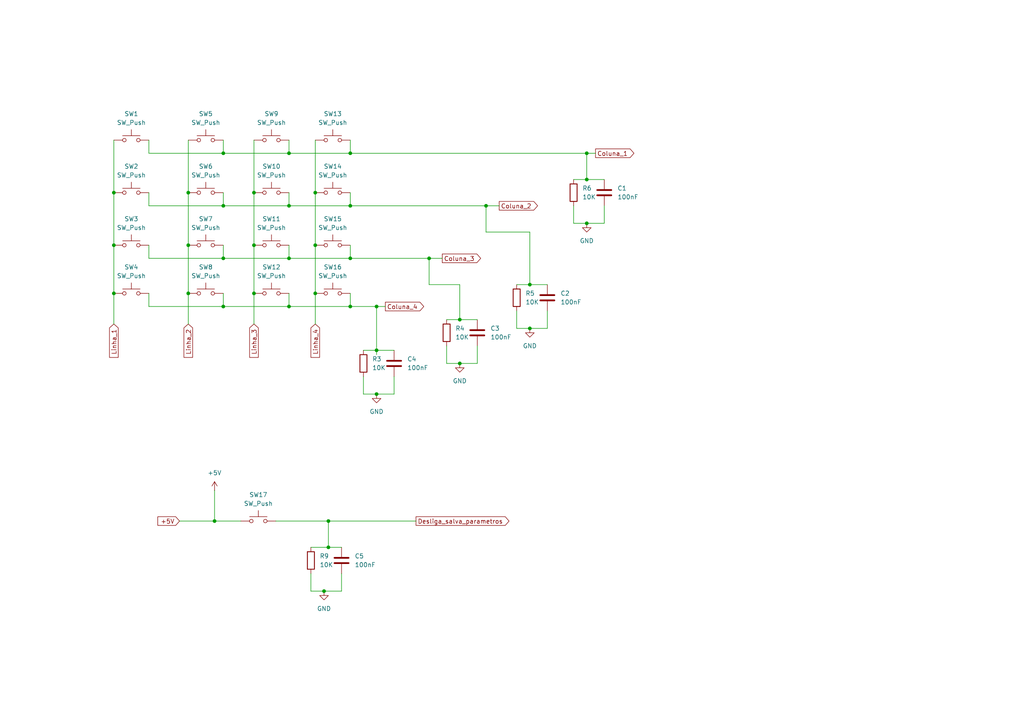
<source format=kicad_sch>
(kicad_sch (version 20231120) (generator "eeschema") (generator_version "8.0")
  (paper "A4")
  (title_block (title "Teclado PushButton") (date "2024-03-18") (rev "1.1") (company "Alex Thomas Valmorbida"))
  (lib_symbols
    (symbol "Device:C" (pin_numbers hide) (pin_names (offset 0.254))
      (property "Reference" "C" (at 0.635 2.54 0))
      (property "Value" "C" (at 0.635 -2.54 0))
      (symbol "C_0_1"
        (polyline (pts (xy -2.032 -0.762) (xy 2.032 -0.762)) (stroke (width 0.508)))
        (polyline (pts (xy -2.032 0.762) (xy 2.032 0.762)) (stroke (width 0.508)))
      )
      (symbol "C_1_1"
        (pin passive line (at 0 3.81 270) (length 2.794) (name "~") (number "1"))
        (pin passive line (at 0 -3.81 90) (length 2.794) (name "~") (number "2"))
      )
    )
    (symbol "Device:R" (pin_numbers hide) (pin_names (offset 0))
      (property "Reference" "R" (at 2.032 0 90))
      (property "Value" "R" (at 0 0 90))
      (symbol "R_0_1"
        (rectangle (start -1.016 -2.54) (end 1.016 2.54) (stroke (width 0.254)))
      )
      (symbol "R_1_1"
        (pin passive line (at 0 3.81 270) (length 1.27) (name "~") (number "1"))
        (pin passive line (at 0 -3.81 90) (length 1.27) (name "~") (number "2"))
      )
    )
    (symbol "Switch:SW_Push" (pin_numbers hide) (pin_names (offset 1.016) hide)
      (property "Reference" "SW" (at 1.27 2.54 0))
      (property "Value" "SW_Push" (at 0 -1.524 0))
      (symbol "SW_Push_0_1"
        (circle (center -2.032 0) (radius 0.508))
        (polyline (pts (xy 0 1.27) (xy 0 3.048)))
        (polyline (pts (xy 2.54 1.27) (xy -2.54 1.27)))
        (circle (center 2.032 0) (radius 0.508))
        (pin passive line (at -5.08 0 0) (length 2.54) (name "1") (number "1"))
        (pin passive line (at 5.08 0 180) (length 2.54) (name "2") (number "2"))
      )
    )
    (symbol "power:+5V" (power) (pin_numbers hide) (pin_names (offset 0) hide)
      (property "Value" "+5V" (at 0 3.556 0))
      (symbol "+5V_0_1"
        (polyline (pts (xy -0.762 1.27) (xy 0 2.54)))
        (polyline (pts (xy 0 0) (xy 0 2.54)))
        (polyline (pts (xy 0 2.54) (xy 0.762 1.27)))
      )
      (symbol "+5V_1_1"
        (pin power_in line (at 0 0 90) (length 0) (name "~") (number "1"))
      )
    )
    (symbol "power:GND" (power) (pin_numbers hide) (pin_names (offset 0) hide)
      (property "Value" "GND" (at 0 -3.81 0))
      (symbol "GND_0_1"
        (polyline (pts (xy 0 0) (xy 0 -1.27) (xy 1.27 -1.27) (xy 0 -2.54) (xy -1.27 -1.27) (xy 0 -1.27)))
      )
      (symbol "GND_1_1"
        (pin power_in line (at 0 0 270) (length 0) (name "~") (number "1"))
      )
    )
  )
  (junction (at 170.18 52.07))
  (junction (at 33.02 71.12))
  (junction (at 140.97 59.69))
  (junction (at 170.18 64.77))
  (junction (at 95.25 151.13))
  (junction (at 133.35 105.41))
  (junction (at 83.82 44.45))
  (junction (at 109.22 88.9))
  (junction (at 93.98 171.45))
  (junction (at 91.44 71.12))
  (junction (at 91.44 55.88))
  (junction (at 73.66 55.88))
  (junction (at 64.77 74.93))
  (junction (at 64.77 88.9))
  (junction (at 101.6 88.9))
  (junction (at 170.18 44.45))
  (junction (at 153.67 95.25))
  (junction (at 54.61 85.09))
  (junction (at 54.61 71.12))
  (junction (at 124.46 74.93))
  (junction (at 101.6 74.93))
  (junction (at 54.61 55.88))
  (junction (at 73.66 71.12))
  (junction (at 83.82 88.9))
  (junction (at 64.77 59.69))
  (junction (at 33.02 85.09))
  (junction (at 83.82 59.69))
  (junction (at 64.77 44.45))
  (junction (at 73.66 85.09))
  (junction (at 109.22 114.3))
  (junction (at 133.35 92.71))
  (junction (at 101.6 59.69))
  (junction (at 83.82 74.93))
  (junction (at 91.44 85.09))
  (junction (at 95.25 158.75))
  (junction (at 62.23 151.13))
  (junction (at 109.22 101.6))
  (junction (at 153.67 82.55))
  (junction (at 101.6 44.45))
  (junction (at 33.02 55.88))
  (wire (pts (xy 124.46 74.93) (xy 128.27 74.93)))
  (wire (pts (xy 99.06 166.37) (xy 99.06 171.45)))
  (wire (pts (xy 105.41 101.6) (xy 109.22 101.6)))
  (wire (pts (xy 114.3 114.3) (xy 109.22 114.3)))
  (wire (pts (xy 91.44 55.88) (xy 91.44 71.12)))
  (wire (pts (xy 83.82 88.9) (xy 101.6 88.9)))
  (wire (pts (xy 83.82 44.45) (xy 101.6 44.45)))
  (wire (pts (xy 101.6 44.45) (xy 101.6 40.64)))
  (wire (pts (xy 64.77 88.9) (xy 83.82 88.9)))
  (wire (pts (xy 158.75 95.25) (xy 153.67 95.25)))
  (wire (pts (xy 101.6 88.9) (xy 101.6 85.09)))
  (wire (pts (xy 109.22 101.6) (xy 114.3 101.6)))
  (wire (pts (xy 114.3 109.22) (xy 114.3 114.3)))
  (wire (pts (xy 149.86 95.25) (xy 153.67 95.25)))
  (wire (pts (xy 129.54 105.41) (xy 133.35 105.41)))
  (wire (pts (xy 91.44 71.12) (xy 91.44 85.09)))
  (wire (pts (xy 175.26 64.77) (xy 170.18 64.77)))
  (wire (pts (xy 64.77 55.88) (xy 64.77 59.69)))
  (wire (pts (xy 129.54 100.33) (xy 129.54 105.41)))
  (wire (pts (xy 149.86 82.55) (xy 153.67 82.55)))
  (wire (pts (xy 33.02 71.12) (xy 33.02 85.09)))
  (wire (pts (xy 83.82 55.88) (xy 83.82 59.69)))
  (wire (pts (xy 91.44 40.64) (xy 91.44 55.88)))
  (wire (pts (xy 105.41 114.3) (xy 109.22 114.3)))
  (wire (pts (xy 149.86 90.17) (xy 149.86 95.25)))
  (wire (pts (xy 54.61 55.88) (xy 54.61 71.12)))
  (wire (pts (xy 64.77 59.69) (xy 83.82 59.69)))
  (wire (pts (xy 90.17 158.75) (xy 95.25 158.75)))
  (wire (pts (xy 43.18 40.64) (xy 43.18 44.45)))
  (wire (pts (xy 153.67 67.31) (xy 153.67 82.55)))
  (wire (pts (xy 90.17 171.45) (xy 93.98 171.45)))
  (wire (pts (xy 54.61 40.64) (xy 54.61 55.88)))
  (wire (pts (xy 175.26 59.69) (xy 175.26 64.77)))
  (wire (pts (xy 170.18 52.07) (xy 175.26 52.07)))
  (wire (pts (xy 109.22 88.9) (xy 111.76 88.9)))
  (wire (pts (xy 170.18 44.45) (xy 170.18 52.07)))
  (wire (pts (xy 62.23 151.13) (xy 69.85 151.13)))
  (wire (pts (xy 140.97 59.69) (xy 140.97 67.31)))
  (wire (pts (xy 73.66 55.88) (xy 73.66 71.12)))
  (wire (pts (xy 33.02 55.88) (xy 33.02 71.12)))
  (wire (pts (xy 101.6 88.9) (xy 109.22 88.9)))
  (wire (pts (xy 43.18 85.09) (xy 43.18 88.9)))
  (wire (pts (xy 99.06 171.45) (xy 93.98 171.45)))
  (wire (pts (xy 64.77 85.09) (xy 64.77 88.9)))
  (wire (pts (xy 73.66 71.12) (xy 73.66 85.09)))
  (wire (pts (xy 138.43 100.33) (xy 138.43 105.41)))
  (wire (pts (xy 166.37 59.69) (xy 166.37 64.77)))
  (wire (pts (xy 170.18 44.45) (xy 172.72 44.45)))
  (wire (pts (xy 83.82 59.69) (xy 101.6 59.69)))
  (wire (pts (xy 133.35 82.55) (xy 124.46 82.55)))
  (wire (pts (xy 83.82 85.09) (xy 83.82 88.9)))
  (wire (pts (xy 52.07 151.13) (xy 62.23 151.13)))
  (wire (pts (xy 101.6 55.88) (xy 101.6 59.69)))
  (wire (pts (xy 140.97 59.69) (xy 144.78 59.69)))
  (wire (pts (xy 133.35 92.71) (xy 138.43 92.71)))
  (wire (pts (xy 95.25 151.13) (xy 120.65 151.13)))
  (wire (pts (xy 43.18 44.45) (xy 64.77 44.45)))
  (wire (pts (xy 64.77 71.12) (xy 64.77 74.93)))
  (wire (pts (xy 54.61 71.12) (xy 54.61 85.09)))
  (wire (pts (xy 138.43 105.41) (xy 133.35 105.41)))
  (wire (pts (xy 105.41 109.22) (xy 105.41 114.3)))
  (wire (pts (xy 33.02 85.09) (xy 33.02 93.98)))
  (wire (pts (xy 64.77 44.45) (xy 83.82 44.45)))
  (wire (pts (xy 101.6 44.45) (xy 170.18 44.45)))
  (wire (pts (xy 101.6 74.93) (xy 101.6 71.12)))
  (wire (pts (xy 83.82 40.64) (xy 83.82 44.45)))
  (wire (pts (xy 80.01 151.13) (xy 95.25 151.13)))
  (wire (pts (xy 109.22 88.9) (xy 109.22 101.6)))
  (wire (pts (xy 133.35 92.71) (xy 133.35 82.55)))
  (wire (pts (xy 73.66 40.64) (xy 73.66 55.88)))
  (wire (pts (xy 43.18 88.9) (xy 64.77 88.9)))
  (wire (pts (xy 140.97 67.31) (xy 153.67 67.31)))
  (wire (pts (xy 54.61 85.09) (xy 54.61 93.98)))
  (wire (pts (xy 101.6 74.93) (xy 124.46 74.93)))
  (wire (pts (xy 124.46 82.55) (xy 124.46 74.93)))
  (wire (pts (xy 73.66 85.09) (xy 73.66 93.98)))
  (wire (pts (xy 158.75 90.17) (xy 158.75 95.25)))
  (wire (pts (xy 62.23 142.24) (xy 62.23 151.13)))
  (wire (pts (xy 101.6 59.69) (xy 140.97 59.69)))
  (wire (pts (xy 64.77 40.64) (xy 64.77 44.45)))
  (wire (pts (xy 166.37 52.07) (xy 170.18 52.07)))
  (wire (pts (xy 153.67 82.55) (xy 158.75 82.55)))
  (wire (pts (xy 95.25 151.13) (xy 95.25 158.75)))
  (wire (pts (xy 91.44 85.09) (xy 91.44 93.98)))
  (wire (pts (xy 43.18 59.69) (xy 64.77 59.69)))
  (wire (pts (xy 166.37 64.77) (xy 170.18 64.77)))
  (wire (pts (xy 64.77 74.93) (xy 83.82 74.93)))
  (wire (pts (xy 43.18 74.93) (xy 64.77 74.93)))
  (wire (pts (xy 95.25 158.75) (xy 99.06 158.75)))
  (wire (pts (xy 43.18 71.12) (xy 43.18 74.93)))
  (wire (pts (xy 129.54 92.71) (xy 133.35 92.71)))
  (wire (pts (xy 90.17 166.37) (xy 90.17 171.45)))
  (wire (pts (xy 83.82 74.93) (xy 101.6 74.93)))
  (wire (pts (xy 43.18 55.88) (xy 43.18 59.69)))
  (wire (pts (xy 33.02 40.64) (xy 33.02 55.88)))
  (wire (pts (xy 83.82 71.12) (xy 83.82 74.93)))
  (wire (pts (xy 109.22 102.87) (xy 109.22 101.6)))
  (global_label "Linha_4" (shape input) (at 91.44 93.98 270) (property "Intersheetrefs" "${INTERSHEET_REFS}" (effects (hide yes))))
  (global_label "Coluna_3" (shape output) (at 128.27 74.93 0) (property "Intersheetrefs" "${INTERSHEET_REFS}" (effects (hide yes))))
  (global_label "Coluna_2" (shape output) (at 144.78 59.69 0) (property "Intersheetrefs" "${INTERSHEET_REFS}" (effects (hide yes))))
  (global_label "Linha_3" (shape input) (at 73.66 93.98 270) (property "Intersheetrefs" "${INTERSHEET_REFS}" (effects (hide yes))))
  (global_label "Coluna_4" (shape output) (at 111.76 88.9 0) (property "Intersheetrefs" "${INTERSHEET_REFS}" (effects (hide yes))))
  (global_label "Desliga_salva_parametros" (shape output) (at 120.65 151.13 0) (property "Intersheetrefs" "${INTERSHEET_REFS}" (effects (hide yes))))
  (global_label "Linha_2" (shape input) (at 54.61 93.98 270) (property "Intersheetrefs" "${INTERSHEET_REFS}" (effects (hide yes))))
  (global_label "Coluna_1" (shape output) (at 172.72 44.45 0) (property "Intersheetrefs" "${INTERSHEET_REFS}" (effects (hide yes))))
  (global_label "+5V" (shape input) (at 52.07 151.13 180) (property "Intersheetrefs" "${INTERSHEET_REFS}" (effects (hide yes))))
  (global_label "Linha_1" (shape input) (at 33.02 93.98 270) (property "Intersheetrefs" "${INTERSHEET_REFS}" (effects (hide yes))))
  (symbol (lib_id "Switch:SW_Push") (at 78.74 55.88 0) (unit 1)
    (property "Reference" "SW10" (at 78.74 48.26 0))
    (property "Value" "SW_Push" (at 78.74 50.8 0))
    (property "Footprint" "Package_SO:SOIC-8_3.9x4.9mm_P1.27mm" (effects (hide yes)))
    (property "Description" "Push button switch, generic, two pins" (effects (hide yes)))
  )
  (symbol (lib_id "Switch:SW_Push") (at 38.1 85.09 0) (unit 1)
    (property "Reference" "SW4" (at 38.1 77.47 0))
    (property "Value" "SW_Push" (at 38.1 80.01 0))
    (property "Footprint" "Package_SO:SOIC-8_3.9x4.9mm_P1.27mm" (effects (hide yes)))
    (property "Description" "Push button switch, generic, two pins" (effects (hide yes)))
  )
  (symbol (lib_id "Device:R") (at 105.41 105.41 0) (unit 1)
    (property "Reference" "R3" (at 107.95 104.1399 0) (effects (justify left)))
    (property "Value" "10K" (at 107.95 106.6799 0) (effects (justify left)))
    (property "Footprint" "PCM_Resistor_THT_AKL:R_Axial_DIN0204_L3.6mm_D1.6mm_P12.70mm_Horizontal" (effects (hide yes)))
    (property "Description" "Resistor" (effects (hide yes)))
  )
  (symbol (lib_id "Switch:SW_Push") (at 96.52 71.12 0) (unit 1)
    (property "Reference" "SW15" (at 96.52 63.5 0))
    (property "Value" "SW_Push" (at 96.52 66.04 0))
    (property "Footprint" "Package_SO:SOIC-8_3.9x4.9mm_P1.27mm" (effects (hide yes)))
    (property "Description" "Push button switch, generic, two pins" (effects (hide yes)))
  )
  (symbol (lib_id "Device:R") (at 166.37 55.88 0) (unit 1)
    (property "Reference" "R6" (at 168.91 54.6099 0) (effects (justify left)))
    (property "Value" "10K" (at 168.91 57.1499 0) (effects (justify left)))
    (property "Footprint" "PCM_Resistor_THT_AKL:R_Axial_DIN0204_L3.6mm_D1.6mm_P12.70mm_Horizontal" (effects (hide yes)))
    (property "Description" "Resistor" (effects (hide yes)))
  )
  (symbol (lib_id "power:+5V") (at 62.23 142.24 0) (unit 1)
    (property "Reference" "#PWR019" (effects (hide yes)))
    (property "Value" "+5V" (at 62.23 137.16 0))
    (property "Description" "Power symbol creates a global label with name \"+5V\"" (effects (hide yes)))
  )
  (symbol (lib_id "Switch:SW_Push") (at 96.52 55.88 0) (unit 1)
    (property "Reference" "SW14" (at 96.52 48.26 0))
    (property "Value" "SW_Push" (at 96.52 50.8 0))
    (property "Footprint" "Package_SO:SOIC-8_3.9x4.9mm_P1.27mm" (effects (hide yes)))
    (property "Description" "Push button switch, generic, two pins" (effects (hide yes)))
  )
  (symbol (lib_id "Switch:SW_Push") (at 96.52 85.09 0) (unit 1)
    (property "Reference" "SW16" (at 96.52 77.47 0))
    (property "Value" "SW_Push" (at 96.52 80.01 0))
    (property "Footprint" "Package_SO:SOIC-8_3.9x4.9mm_P1.27mm" (effects (hide yes)))
    (property "Description" "Push button switch, generic, two pins" (effects (hide yes)))
  )
  (symbol (lib_id "Device:R") (at 149.86 86.36 0) (unit 1)
    (property "Reference" "R5" (at 152.4 85.0899 0) (effects (justify left)))
    (property "Value" "10K" (at 152.4 87.6299 0) (effects (justify left)))
    (property "Footprint" "PCM_Resistor_THT_AKL:R_Axial_DIN0204_L3.6mm_D1.6mm_P12.70mm_Horizontal" (effects (hide yes)))
    (property "Description" "Resistor" (effects (hide yes)))
  )
  (symbol (lib_id "Switch:SW_Push") (at 38.1 71.12 0) (unit 1)
    (property "Reference" "SW3" (at 38.1 63.5 0))
    (property "Value" "SW_Push" (at 38.1 66.04 0))
    (property "Footprint" "Package_SO:SOIC-8_3.9x4.9mm_P1.27mm" (effects (hide yes)))
    (property "Description" "Push button switch, generic, two pins" (effects (hide yes)))
  )
  (symbol (lib_id "power:GND") (at 133.35 105.41 0) (unit 1)
    (property "Reference" "#PWR05" (effects (hide yes)))
    (property "Value" "GND" (at 133.35 110.49 0))
    (property "Description" "Power symbol creates a global label with name \"GND\" , ground" (effects (hide yes)))
  )
  (symbol (lib_id "Device:C") (at 99.06 162.56 0) (unit 1)
    (property "Reference" "C5" (at 102.87 161.2899 0) (effects (justify left)))
    (property "Value" "100nF" (at 102.87 163.8299 0) (effects (justify left)))
    (property "Footprint" "Capacitor_THT:C_Axial_L3.8mm_D2.6mm_P7.50mm_Horizontal" (effects (hide yes)))
    (property "Description" "Unpolarized capacitor" (effects (hide yes)))
  )
  (symbol (lib_id "Device:C") (at 114.3 105.41 0) (unit 1)
    (property "Reference" "C4" (at 118.11 104.1399 0) (effects (justify left)))
    (property "Value" "100nF" (at 118.11 106.6799 0) (effects (justify left)))
    (property "Footprint" "Capacitor_THT:C_Axial_L3.8mm_D2.6mm_P7.50mm_Horizontal" (effects (hide yes)))
    (property "Description" "Unpolarized capacitor" (effects (hide yes)))
  )
  (symbol (lib_id "Switch:SW_Push") (at 59.69 55.88 0) (unit 1)
    (property "Reference" "SW6" (at 59.69 48.26 0))
    (property "Value" "SW_Push" (at 59.69 50.8 0))
    (property "Footprint" "Package_SO:SOIC-8_3.9x4.9mm_P1.27mm" (effects (hide yes)))
    (property "Description" "Push button switch, generic, two pins" (effects (hide yes)))
  )
  (symbol (lib_id "Switch:SW_Push") (at 78.74 40.64 0) (unit 1)
    (property "Reference" "SW9" (at 78.74 33.02 0))
    (property "Value" "SW_Push" (at 78.74 35.56 0))
    (property "Footprint" "Package_SO:SOIC-8_3.9x4.9mm_P1.27mm" (effects (hide yes)))
    (property "Description" "Push button switch, generic, two pins" (effects (hide yes)))
  )
  (symbol (lib_id "Switch:SW_Push") (at 59.69 40.64 0) (unit 1)
    (property "Reference" "SW5" (at 59.69 33.02 0))
    (property "Value" "SW_Push" (at 59.69 35.56 0))
    (property "Footprint" "Package_SO:SOIC-8_3.9x4.9mm_P1.27mm" (effects (hide yes)))
    (property "Description" "Push button switch, generic, two pins" (effects (hide yes)))
  )
  (symbol (lib_id "power:GND") (at 93.98 171.45 0) (unit 1)
    (property "Reference" "#PWR018" (effects (hide yes)))
    (property "Value" "GND" (at 93.98 176.53 0))
    (property "Description" "Power symbol creates a global label with name \"GND\" , ground" (effects (hide yes)))
  )
  (symbol (lib_id "power:GND") (at 170.18 64.77 0) (unit 1)
    (property "Reference" "#PWR013" (effects (hide yes)))
    (property "Value" "GND" (at 170.18 69.85 0))
    (property "Description" "Power symbol creates a global label with name \"GND\" , ground" (effects (hide yes)))
  )
  (symbol (lib_id "power:GND") (at 109.22 114.3 0) (unit 1)
    (property "Reference" "#PWR04" (effects (hide yes)))
    (property "Value" "GND" (at 109.22 119.38 0))
    (property "Description" "Power symbol creates a global label with name \"GND\" , ground" (effects (hide yes)))
  )
  (symbol (lib_id "Device:R") (at 129.54 96.52 0) (unit 1)
    (property "Reference" "R4" (at 132.08 95.2499 0) (effects (justify left)))
    (property "Value" "10K" (at 132.08 97.7899 0) (effects (justify left)))
    (property "Footprint" "PCM_Resistor_THT_AKL:R_Axial_DIN0204_L3.6mm_D1.6mm_P12.70mm_Horizontal" (effects (hide yes)))
    (property "Description" "Resistor" (effects (hide yes)))
  )
  (symbol (lib_id "Switch:SW_Push") (at 74.93 151.13 0) (unit 1)
    (property "Reference" "SW17" (at 74.93 143.51 0))
    (property "Value" "SW_Push" (at 74.93 146.05 0))
    (property "Footprint" "Package_SO:SOIC-8_3.9x4.9mm_P1.27mm" (effects (hide yes)))
    (property "Description" "Push button switch, generic, two pins" (effects (hide yes)))
  )
  (symbol (lib_id "Switch:SW_Push") (at 78.74 85.09 0) (unit 1)
    (property "Reference" "SW12" (at 78.74 77.47 0))
    (property "Value" "SW_Push" (at 78.74 80.01 0))
    (property "Footprint" "Package_SO:SOIC-8_3.9x4.9mm_P1.27mm" (effects (hide yes)))
    (property "Description" "Push button switch, generic, two pins" (effects (hide yes)))
  )
  (symbol (lib_id "Switch:SW_Push") (at 78.74 71.12 0) (unit 1)
    (property "Reference" "SW11" (at 78.74 63.5 0))
    (property "Value" "SW_Push" (at 78.74 66.04 0))
    (property "Footprint" "Package_SO:SOIC-8_3.9x4.9mm_P1.27mm" (effects (hide yes)))
    (property "Description" "Push button switch, generic, two pins" (effects (hide yes)))
  )
  (symbol (lib_id "Device:C") (at 138.43 96.52 0) (unit 1)
    (property "Reference" "C3" (at 142.24 95.2499 0) (effects (justify left)))
    (property "Value" "100nF" (at 142.24 97.7899 0) (effects (justify left)))
    (property "Footprint" "Capacitor_THT:C_Axial_L3.8mm_D2.6mm_P7.50mm_Horizontal" (effects (hide yes)))
    (property "Description" "Unpolarized capacitor" (effects (hide yes)))
  )
  (symbol (lib_id "Device:C") (at 158.75 86.36 0) (unit 1)
    (property "Reference" "C2" (at 162.56 85.0899 0) (effects (justify left)))
    (property "Value" "100nF" (at 162.56 87.6299 0) (effects (justify left)))
    (property "Footprint" "Capacitor_THT:C_Axial_L3.8mm_D2.6mm_P7.50mm_Horizontal" (effects (hide yes)))
    (property "Description" "Unpolarized capacitor" (effects (hide yes)))
  )
  (symbol (lib_id "Device:R") (at 90.17 162.56 0) (unit 1)
    (property "Reference" "R9" (at 92.71 161.2899 0) (effects (justify left)))
    (property "Value" "10K" (at 92.71 163.8299 0) (effects (justify left)))
    (property "Footprint" "PCM_Resistor_THT_AKL:R_Axial_DIN0204_L3.6mm_D1.6mm_P12.70mm_Horizontal" (effects (hide yes)))
    (property "Description" "Resistor" (effects (hide yes)))
  )
  (symbol (lib_id "Switch:SW_Push") (at 59.69 85.09 0) (unit 1)
    (property "Reference" "SW8" (at 59.69 77.47 0))
    (property "Value" "SW_Push" (at 59.69 80.01 0))
    (property "Footprint" "Package_SO:SOIC-8_3.9x4.9mm_P1.27mm" (effects (hide yes)))
    (property "Description" "Push button switch, generic, two pins" (effects (hide yes)))
  )
  (symbol (lib_id "Switch:SW_Push") (at 59.69 71.12 0) (unit 1)
    (property "Reference" "SW7" (at 59.69 63.5 0))
    (property "Value" "SW_Push" (at 59.69 66.04 0))
    (property "Footprint" "Package_SO:SOIC-8_3.9x4.9mm_P1.27mm" (effects (hide yes)))
    (property "Description" "Push button switch, generic, two pins" (effects (hide yes)))
  )
  (symbol (lib_id "Switch:SW_Push") (at 38.1 40.64 0) (unit 1)
    (property "Reference" "SW1" (at 38.1 33.02 0))
    (property "Value" "SW_Push" (at 38.1 35.56 0))
    (property "Footprint" "Package_SO:SOIC-8_3.9x4.9mm_P1.27mm" (effects (hide yes)))
    (property "Description" "Push button switch, generic, two pins" (effects (hide yes)))
  )
  (symbol (lib_id "power:GND") (at 153.67 95.25 0) (unit 1)
    (property "Reference" "#PWR06" (effects (hide yes)))
    (property "Value" "GND" (at 153.67 100.33 0))
    (property "Description" "Power symbol creates a global label with name \"GND\" , ground" (effects (hide yes)))
  )
  (symbol (lib_id "Device:C") (at 175.26 55.88 0) (unit 1)
    (property "Reference" "C1" (at 179.07 54.6099 0) (effects (justify left)))
    (property "Value" "100nF" (at 179.07 57.1499 0) (effects (justify left)))
    (property "Footprint" "Capacitor_THT:C_Axial_L3.8mm_D2.6mm_P7.50mm_Horizontal" (effects (hide yes)))
    (property "Description" "Unpolarized capacitor" (effects (hide yes)))
  )
  (symbol (lib_id "Switch:SW_Push") (at 96.52 40.64 0) (unit 1)
    (property "Reference" "SW13" (at 96.52 33.02 0))
    (property "Value" "SW_Push" (at 96.52 35.56 0))
    (property "Footprint" "Package_SO:SOIC-8_3.9x4.9mm_P1.27mm" (effects (hide yes)))
    (property "Description" "Push button switch, generic, two pins" (effects (hide yes)))
  )
  (symbol (lib_id "Switch:SW_Push") (at 38.1 55.88 0) (unit 1)
    (property "Reference" "SW2" (at 38.1 48.26 0))
    (property "Value" "SW_Push" (at 38.1 50.8 0))
    (property "Footprint" "Package_SO:SOIC-8_3.9x4.9mm_P1.27mm" (effects (hide yes)))
    (property "Description" "Push button switch, generic, two pins" (effects (hide yes)))
  )
)
</source>
